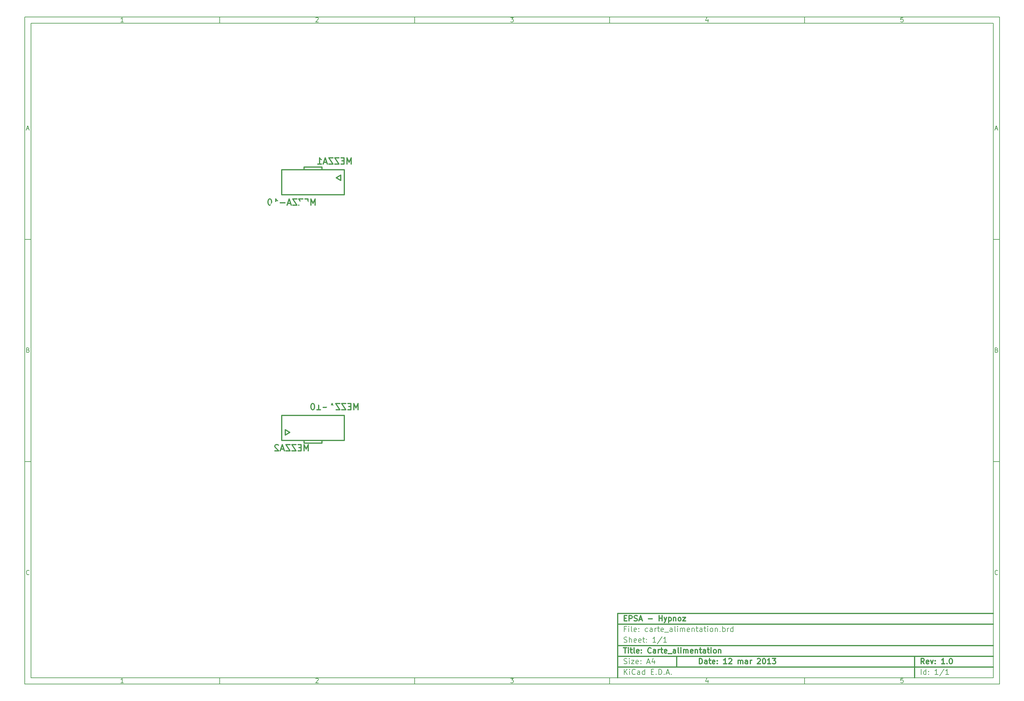
<source format=gbo>
G04 (created by PCBNEW-RS274X (2012-01-19 BZR 3256)-stable) date 12/03/2013 15:56:19*
G01*
G70*
G90*
%MOIN*%
G04 Gerber Fmt 3.4, Leading zero omitted, Abs format*
%FSLAX34Y34*%
G04 APERTURE LIST*
%ADD10C,0.006000*%
%ADD11C,0.012000*%
%ADD12C,0.014000*%
%ADD13C,0.235000*%
%ADD14R,0.105000X0.105000*%
%ADD15C,0.105000*%
%ADD16C,0.270000*%
%ADD17C,0.100000*%
%ADD18R,0.110000X0.110000*%
%ADD19C,0.110000*%
%ADD20C,0.090000*%
%ADD21R,0.095000X0.095000*%
%ADD22C,0.095000*%
%ADD23C,0.170000*%
%ADD24R,0.120000X0.120000*%
%ADD25C,0.120000*%
G04 APERTURE END LIST*
G54D10*
X04000Y-04000D02*
X113000Y-04000D01*
X113000Y-78670D01*
X04000Y-78670D01*
X04000Y-04000D01*
X04700Y-04700D02*
X112300Y-04700D01*
X112300Y-77970D01*
X04700Y-77970D01*
X04700Y-04700D01*
X25800Y-04000D02*
X25800Y-04700D01*
X15043Y-04552D02*
X14757Y-04552D01*
X14900Y-04552D02*
X14900Y-04052D01*
X14852Y-04124D01*
X14805Y-04171D01*
X14757Y-04195D01*
X25800Y-78670D02*
X25800Y-77970D01*
X15043Y-78522D02*
X14757Y-78522D01*
X14900Y-78522D02*
X14900Y-78022D01*
X14852Y-78094D01*
X14805Y-78141D01*
X14757Y-78165D01*
X47600Y-04000D02*
X47600Y-04700D01*
X36557Y-04100D02*
X36581Y-04076D01*
X36629Y-04052D01*
X36748Y-04052D01*
X36795Y-04076D01*
X36819Y-04100D01*
X36843Y-04148D01*
X36843Y-04195D01*
X36819Y-04267D01*
X36533Y-04552D01*
X36843Y-04552D01*
X47600Y-78670D02*
X47600Y-77970D01*
X36557Y-78070D02*
X36581Y-78046D01*
X36629Y-78022D01*
X36748Y-78022D01*
X36795Y-78046D01*
X36819Y-78070D01*
X36843Y-78118D01*
X36843Y-78165D01*
X36819Y-78237D01*
X36533Y-78522D01*
X36843Y-78522D01*
X69400Y-04000D02*
X69400Y-04700D01*
X58333Y-04052D02*
X58643Y-04052D01*
X58476Y-04243D01*
X58548Y-04243D01*
X58595Y-04267D01*
X58619Y-04290D01*
X58643Y-04338D01*
X58643Y-04457D01*
X58619Y-04505D01*
X58595Y-04529D01*
X58548Y-04552D01*
X58405Y-04552D01*
X58357Y-04529D01*
X58333Y-04505D01*
X69400Y-78670D02*
X69400Y-77970D01*
X58333Y-78022D02*
X58643Y-78022D01*
X58476Y-78213D01*
X58548Y-78213D01*
X58595Y-78237D01*
X58619Y-78260D01*
X58643Y-78308D01*
X58643Y-78427D01*
X58619Y-78475D01*
X58595Y-78499D01*
X58548Y-78522D01*
X58405Y-78522D01*
X58357Y-78499D01*
X58333Y-78475D01*
X91200Y-04000D02*
X91200Y-04700D01*
X80395Y-04219D02*
X80395Y-04552D01*
X80276Y-04029D02*
X80157Y-04386D01*
X80467Y-04386D01*
X91200Y-78670D02*
X91200Y-77970D01*
X80395Y-78189D02*
X80395Y-78522D01*
X80276Y-77999D02*
X80157Y-78356D01*
X80467Y-78356D01*
X102219Y-04052D02*
X101981Y-04052D01*
X101957Y-04290D01*
X101981Y-04267D01*
X102029Y-04243D01*
X102148Y-04243D01*
X102195Y-04267D01*
X102219Y-04290D01*
X102243Y-04338D01*
X102243Y-04457D01*
X102219Y-04505D01*
X102195Y-04529D01*
X102148Y-04552D01*
X102029Y-04552D01*
X101981Y-04529D01*
X101957Y-04505D01*
X102219Y-78022D02*
X101981Y-78022D01*
X101957Y-78260D01*
X101981Y-78237D01*
X102029Y-78213D01*
X102148Y-78213D01*
X102195Y-78237D01*
X102219Y-78260D01*
X102243Y-78308D01*
X102243Y-78427D01*
X102219Y-78475D01*
X102195Y-78499D01*
X102148Y-78522D01*
X102029Y-78522D01*
X101981Y-78499D01*
X101957Y-78475D01*
X04000Y-28890D02*
X04700Y-28890D01*
X04231Y-16510D02*
X04469Y-16510D01*
X04184Y-16652D02*
X04350Y-16152D01*
X04517Y-16652D01*
X113000Y-28890D02*
X112300Y-28890D01*
X112531Y-16510D02*
X112769Y-16510D01*
X112484Y-16652D02*
X112650Y-16152D01*
X112817Y-16652D01*
X04000Y-53780D02*
X04700Y-53780D01*
X04386Y-41280D02*
X04457Y-41304D01*
X04481Y-41328D01*
X04505Y-41376D01*
X04505Y-41447D01*
X04481Y-41495D01*
X04457Y-41519D01*
X04410Y-41542D01*
X04219Y-41542D01*
X04219Y-41042D01*
X04386Y-41042D01*
X04433Y-41066D01*
X04457Y-41090D01*
X04481Y-41138D01*
X04481Y-41185D01*
X04457Y-41233D01*
X04433Y-41257D01*
X04386Y-41280D01*
X04219Y-41280D01*
X113000Y-53780D02*
X112300Y-53780D01*
X112686Y-41280D02*
X112757Y-41304D01*
X112781Y-41328D01*
X112805Y-41376D01*
X112805Y-41447D01*
X112781Y-41495D01*
X112757Y-41519D01*
X112710Y-41542D01*
X112519Y-41542D01*
X112519Y-41042D01*
X112686Y-41042D01*
X112733Y-41066D01*
X112757Y-41090D01*
X112781Y-41138D01*
X112781Y-41185D01*
X112757Y-41233D01*
X112733Y-41257D01*
X112686Y-41280D01*
X112519Y-41280D01*
X04505Y-66385D02*
X04481Y-66409D01*
X04410Y-66432D01*
X04362Y-66432D01*
X04290Y-66409D01*
X04243Y-66361D01*
X04219Y-66313D01*
X04195Y-66218D01*
X04195Y-66147D01*
X04219Y-66051D01*
X04243Y-66004D01*
X04290Y-65956D01*
X04362Y-65932D01*
X04410Y-65932D01*
X04481Y-65956D01*
X04505Y-65980D01*
X112805Y-66385D02*
X112781Y-66409D01*
X112710Y-66432D01*
X112662Y-66432D01*
X112590Y-66409D01*
X112543Y-66361D01*
X112519Y-66313D01*
X112495Y-66218D01*
X112495Y-66147D01*
X112519Y-66051D01*
X112543Y-66004D01*
X112590Y-65956D01*
X112662Y-65932D01*
X112710Y-65932D01*
X112781Y-65956D01*
X112805Y-65980D01*
G54D11*
X79443Y-76413D02*
X79443Y-75813D01*
X79586Y-75813D01*
X79671Y-75841D01*
X79729Y-75899D01*
X79757Y-75956D01*
X79786Y-76070D01*
X79786Y-76156D01*
X79757Y-76270D01*
X79729Y-76327D01*
X79671Y-76384D01*
X79586Y-76413D01*
X79443Y-76413D01*
X80300Y-76413D02*
X80300Y-76099D01*
X80271Y-76041D01*
X80214Y-76013D01*
X80100Y-76013D01*
X80043Y-76041D01*
X80300Y-76384D02*
X80243Y-76413D01*
X80100Y-76413D01*
X80043Y-76384D01*
X80014Y-76327D01*
X80014Y-76270D01*
X80043Y-76213D01*
X80100Y-76184D01*
X80243Y-76184D01*
X80300Y-76156D01*
X80500Y-76013D02*
X80729Y-76013D01*
X80586Y-75813D02*
X80586Y-76327D01*
X80614Y-76384D01*
X80672Y-76413D01*
X80729Y-76413D01*
X81157Y-76384D02*
X81100Y-76413D01*
X80986Y-76413D01*
X80929Y-76384D01*
X80900Y-76327D01*
X80900Y-76099D01*
X80929Y-76041D01*
X80986Y-76013D01*
X81100Y-76013D01*
X81157Y-76041D01*
X81186Y-76099D01*
X81186Y-76156D01*
X80900Y-76213D01*
X81443Y-76356D02*
X81471Y-76384D01*
X81443Y-76413D01*
X81414Y-76384D01*
X81443Y-76356D01*
X81443Y-76413D01*
X81443Y-76041D02*
X81471Y-76070D01*
X81443Y-76099D01*
X81414Y-76070D01*
X81443Y-76041D01*
X81443Y-76099D01*
X82500Y-76413D02*
X82157Y-76413D01*
X82329Y-76413D02*
X82329Y-75813D01*
X82272Y-75899D01*
X82214Y-75956D01*
X82157Y-75984D01*
X82728Y-75870D02*
X82757Y-75841D01*
X82814Y-75813D01*
X82957Y-75813D01*
X83014Y-75841D01*
X83043Y-75870D01*
X83071Y-75927D01*
X83071Y-75984D01*
X83043Y-76070D01*
X82700Y-76413D01*
X83071Y-76413D01*
X83785Y-76413D02*
X83785Y-76013D01*
X83785Y-76070D02*
X83813Y-76041D01*
X83871Y-76013D01*
X83956Y-76013D01*
X84013Y-76041D01*
X84042Y-76099D01*
X84042Y-76413D01*
X84042Y-76099D02*
X84071Y-76041D01*
X84128Y-76013D01*
X84213Y-76013D01*
X84271Y-76041D01*
X84299Y-76099D01*
X84299Y-76413D01*
X84842Y-76413D02*
X84842Y-76099D01*
X84813Y-76041D01*
X84756Y-76013D01*
X84642Y-76013D01*
X84585Y-76041D01*
X84842Y-76384D02*
X84785Y-76413D01*
X84642Y-76413D01*
X84585Y-76384D01*
X84556Y-76327D01*
X84556Y-76270D01*
X84585Y-76213D01*
X84642Y-76184D01*
X84785Y-76184D01*
X84842Y-76156D01*
X85128Y-76413D02*
X85128Y-76013D01*
X85128Y-76127D02*
X85156Y-76070D01*
X85185Y-76041D01*
X85242Y-76013D01*
X85299Y-76013D01*
X85927Y-75870D02*
X85956Y-75841D01*
X86013Y-75813D01*
X86156Y-75813D01*
X86213Y-75841D01*
X86242Y-75870D01*
X86270Y-75927D01*
X86270Y-75984D01*
X86242Y-76070D01*
X85899Y-76413D01*
X86270Y-76413D01*
X86641Y-75813D02*
X86698Y-75813D01*
X86755Y-75841D01*
X86784Y-75870D01*
X86813Y-75927D01*
X86841Y-76041D01*
X86841Y-76184D01*
X86813Y-76299D01*
X86784Y-76356D01*
X86755Y-76384D01*
X86698Y-76413D01*
X86641Y-76413D01*
X86584Y-76384D01*
X86555Y-76356D01*
X86527Y-76299D01*
X86498Y-76184D01*
X86498Y-76041D01*
X86527Y-75927D01*
X86555Y-75870D01*
X86584Y-75841D01*
X86641Y-75813D01*
X87412Y-76413D02*
X87069Y-76413D01*
X87241Y-76413D02*
X87241Y-75813D01*
X87184Y-75899D01*
X87126Y-75956D01*
X87069Y-75984D01*
X87612Y-75813D02*
X87983Y-75813D01*
X87783Y-76041D01*
X87869Y-76041D01*
X87926Y-76070D01*
X87955Y-76099D01*
X87983Y-76156D01*
X87983Y-76299D01*
X87955Y-76356D01*
X87926Y-76384D01*
X87869Y-76413D01*
X87697Y-76413D01*
X87640Y-76384D01*
X87612Y-76356D01*
G54D10*
X71043Y-77613D02*
X71043Y-77013D01*
X71386Y-77613D02*
X71129Y-77270D01*
X71386Y-77013D02*
X71043Y-77356D01*
X71643Y-77613D02*
X71643Y-77213D01*
X71643Y-77013D02*
X71614Y-77041D01*
X71643Y-77070D01*
X71671Y-77041D01*
X71643Y-77013D01*
X71643Y-77070D01*
X72272Y-77556D02*
X72243Y-77584D01*
X72157Y-77613D01*
X72100Y-77613D01*
X72015Y-77584D01*
X71957Y-77527D01*
X71929Y-77470D01*
X71900Y-77356D01*
X71900Y-77270D01*
X71929Y-77156D01*
X71957Y-77099D01*
X72015Y-77041D01*
X72100Y-77013D01*
X72157Y-77013D01*
X72243Y-77041D01*
X72272Y-77070D01*
X72786Y-77613D02*
X72786Y-77299D01*
X72757Y-77241D01*
X72700Y-77213D01*
X72586Y-77213D01*
X72529Y-77241D01*
X72786Y-77584D02*
X72729Y-77613D01*
X72586Y-77613D01*
X72529Y-77584D01*
X72500Y-77527D01*
X72500Y-77470D01*
X72529Y-77413D01*
X72586Y-77384D01*
X72729Y-77384D01*
X72786Y-77356D01*
X73329Y-77613D02*
X73329Y-77013D01*
X73329Y-77584D02*
X73272Y-77613D01*
X73158Y-77613D01*
X73100Y-77584D01*
X73072Y-77556D01*
X73043Y-77499D01*
X73043Y-77327D01*
X73072Y-77270D01*
X73100Y-77241D01*
X73158Y-77213D01*
X73272Y-77213D01*
X73329Y-77241D01*
X74072Y-77299D02*
X74272Y-77299D01*
X74358Y-77613D02*
X74072Y-77613D01*
X74072Y-77013D01*
X74358Y-77013D01*
X74615Y-77556D02*
X74643Y-77584D01*
X74615Y-77613D01*
X74586Y-77584D01*
X74615Y-77556D01*
X74615Y-77613D01*
X74901Y-77613D02*
X74901Y-77013D01*
X75044Y-77013D01*
X75129Y-77041D01*
X75187Y-77099D01*
X75215Y-77156D01*
X75244Y-77270D01*
X75244Y-77356D01*
X75215Y-77470D01*
X75187Y-77527D01*
X75129Y-77584D01*
X75044Y-77613D01*
X74901Y-77613D01*
X75501Y-77556D02*
X75529Y-77584D01*
X75501Y-77613D01*
X75472Y-77584D01*
X75501Y-77556D01*
X75501Y-77613D01*
X75758Y-77441D02*
X76044Y-77441D01*
X75701Y-77613D02*
X75901Y-77013D01*
X76101Y-77613D01*
X76301Y-77556D02*
X76329Y-77584D01*
X76301Y-77613D01*
X76272Y-77584D01*
X76301Y-77556D01*
X76301Y-77613D01*
G54D11*
X104586Y-76413D02*
X104386Y-76127D01*
X104243Y-76413D02*
X104243Y-75813D01*
X104471Y-75813D01*
X104529Y-75841D01*
X104557Y-75870D01*
X104586Y-75927D01*
X104586Y-76013D01*
X104557Y-76070D01*
X104529Y-76099D01*
X104471Y-76127D01*
X104243Y-76127D01*
X105071Y-76384D02*
X105014Y-76413D01*
X104900Y-76413D01*
X104843Y-76384D01*
X104814Y-76327D01*
X104814Y-76099D01*
X104843Y-76041D01*
X104900Y-76013D01*
X105014Y-76013D01*
X105071Y-76041D01*
X105100Y-76099D01*
X105100Y-76156D01*
X104814Y-76213D01*
X105300Y-76013D02*
X105443Y-76413D01*
X105585Y-76013D01*
X105814Y-76356D02*
X105842Y-76384D01*
X105814Y-76413D01*
X105785Y-76384D01*
X105814Y-76356D01*
X105814Y-76413D01*
X105814Y-76041D02*
X105842Y-76070D01*
X105814Y-76099D01*
X105785Y-76070D01*
X105814Y-76041D01*
X105814Y-76099D01*
X106871Y-76413D02*
X106528Y-76413D01*
X106700Y-76413D02*
X106700Y-75813D01*
X106643Y-75899D01*
X106585Y-75956D01*
X106528Y-75984D01*
X107128Y-76356D02*
X107156Y-76384D01*
X107128Y-76413D01*
X107099Y-76384D01*
X107128Y-76356D01*
X107128Y-76413D01*
X107528Y-75813D02*
X107585Y-75813D01*
X107642Y-75841D01*
X107671Y-75870D01*
X107700Y-75927D01*
X107728Y-76041D01*
X107728Y-76184D01*
X107700Y-76299D01*
X107671Y-76356D01*
X107642Y-76384D01*
X107585Y-76413D01*
X107528Y-76413D01*
X107471Y-76384D01*
X107442Y-76356D01*
X107414Y-76299D01*
X107385Y-76184D01*
X107385Y-76041D01*
X107414Y-75927D01*
X107442Y-75870D01*
X107471Y-75841D01*
X107528Y-75813D01*
G54D10*
X71014Y-76384D02*
X71100Y-76413D01*
X71243Y-76413D01*
X71300Y-76384D01*
X71329Y-76356D01*
X71357Y-76299D01*
X71357Y-76241D01*
X71329Y-76184D01*
X71300Y-76156D01*
X71243Y-76127D01*
X71129Y-76099D01*
X71071Y-76070D01*
X71043Y-76041D01*
X71014Y-75984D01*
X71014Y-75927D01*
X71043Y-75870D01*
X71071Y-75841D01*
X71129Y-75813D01*
X71271Y-75813D01*
X71357Y-75841D01*
X71614Y-76413D02*
X71614Y-76013D01*
X71614Y-75813D02*
X71585Y-75841D01*
X71614Y-75870D01*
X71642Y-75841D01*
X71614Y-75813D01*
X71614Y-75870D01*
X71843Y-76013D02*
X72157Y-76013D01*
X71843Y-76413D01*
X72157Y-76413D01*
X72614Y-76384D02*
X72557Y-76413D01*
X72443Y-76413D01*
X72386Y-76384D01*
X72357Y-76327D01*
X72357Y-76099D01*
X72386Y-76041D01*
X72443Y-76013D01*
X72557Y-76013D01*
X72614Y-76041D01*
X72643Y-76099D01*
X72643Y-76156D01*
X72357Y-76213D01*
X72900Y-76356D02*
X72928Y-76384D01*
X72900Y-76413D01*
X72871Y-76384D01*
X72900Y-76356D01*
X72900Y-76413D01*
X72900Y-76041D02*
X72928Y-76070D01*
X72900Y-76099D01*
X72871Y-76070D01*
X72900Y-76041D01*
X72900Y-76099D01*
X73614Y-76241D02*
X73900Y-76241D01*
X73557Y-76413D02*
X73757Y-75813D01*
X73957Y-76413D01*
X74414Y-76013D02*
X74414Y-76413D01*
X74271Y-75784D02*
X74128Y-76213D01*
X74500Y-76213D01*
X104243Y-77613D02*
X104243Y-77013D01*
X104786Y-77613D02*
X104786Y-77013D01*
X104786Y-77584D02*
X104729Y-77613D01*
X104615Y-77613D01*
X104557Y-77584D01*
X104529Y-77556D01*
X104500Y-77499D01*
X104500Y-77327D01*
X104529Y-77270D01*
X104557Y-77241D01*
X104615Y-77213D01*
X104729Y-77213D01*
X104786Y-77241D01*
X105072Y-77556D02*
X105100Y-77584D01*
X105072Y-77613D01*
X105043Y-77584D01*
X105072Y-77556D01*
X105072Y-77613D01*
X105072Y-77241D02*
X105100Y-77270D01*
X105072Y-77299D01*
X105043Y-77270D01*
X105072Y-77241D01*
X105072Y-77299D01*
X106129Y-77613D02*
X105786Y-77613D01*
X105958Y-77613D02*
X105958Y-77013D01*
X105901Y-77099D01*
X105843Y-77156D01*
X105786Y-77184D01*
X106814Y-76984D02*
X106300Y-77756D01*
X107329Y-77613D02*
X106986Y-77613D01*
X107158Y-77613D02*
X107158Y-77013D01*
X107101Y-77099D01*
X107043Y-77156D01*
X106986Y-77184D01*
G54D11*
X70957Y-74613D02*
X71300Y-74613D01*
X71129Y-75213D02*
X71129Y-74613D01*
X71500Y-75213D02*
X71500Y-74813D01*
X71500Y-74613D02*
X71471Y-74641D01*
X71500Y-74670D01*
X71528Y-74641D01*
X71500Y-74613D01*
X71500Y-74670D01*
X71700Y-74813D02*
X71929Y-74813D01*
X71786Y-74613D02*
X71786Y-75127D01*
X71814Y-75184D01*
X71872Y-75213D01*
X71929Y-75213D01*
X72215Y-75213D02*
X72157Y-75184D01*
X72129Y-75127D01*
X72129Y-74613D01*
X72671Y-75184D02*
X72614Y-75213D01*
X72500Y-75213D01*
X72443Y-75184D01*
X72414Y-75127D01*
X72414Y-74899D01*
X72443Y-74841D01*
X72500Y-74813D01*
X72614Y-74813D01*
X72671Y-74841D01*
X72700Y-74899D01*
X72700Y-74956D01*
X72414Y-75013D01*
X72957Y-75156D02*
X72985Y-75184D01*
X72957Y-75213D01*
X72928Y-75184D01*
X72957Y-75156D01*
X72957Y-75213D01*
X72957Y-74841D02*
X72985Y-74870D01*
X72957Y-74899D01*
X72928Y-74870D01*
X72957Y-74841D01*
X72957Y-74899D01*
X74043Y-75156D02*
X74014Y-75184D01*
X73928Y-75213D01*
X73871Y-75213D01*
X73786Y-75184D01*
X73728Y-75127D01*
X73700Y-75070D01*
X73671Y-74956D01*
X73671Y-74870D01*
X73700Y-74756D01*
X73728Y-74699D01*
X73786Y-74641D01*
X73871Y-74613D01*
X73928Y-74613D01*
X74014Y-74641D01*
X74043Y-74670D01*
X74557Y-75213D02*
X74557Y-74899D01*
X74528Y-74841D01*
X74471Y-74813D01*
X74357Y-74813D01*
X74300Y-74841D01*
X74557Y-75184D02*
X74500Y-75213D01*
X74357Y-75213D01*
X74300Y-75184D01*
X74271Y-75127D01*
X74271Y-75070D01*
X74300Y-75013D01*
X74357Y-74984D01*
X74500Y-74984D01*
X74557Y-74956D01*
X74843Y-75213D02*
X74843Y-74813D01*
X74843Y-74927D02*
X74871Y-74870D01*
X74900Y-74841D01*
X74957Y-74813D01*
X75014Y-74813D01*
X75128Y-74813D02*
X75357Y-74813D01*
X75214Y-74613D02*
X75214Y-75127D01*
X75242Y-75184D01*
X75300Y-75213D01*
X75357Y-75213D01*
X75785Y-75184D02*
X75728Y-75213D01*
X75614Y-75213D01*
X75557Y-75184D01*
X75528Y-75127D01*
X75528Y-74899D01*
X75557Y-74841D01*
X75614Y-74813D01*
X75728Y-74813D01*
X75785Y-74841D01*
X75814Y-74899D01*
X75814Y-74956D01*
X75528Y-75013D01*
X75928Y-75270D02*
X76385Y-75270D01*
X76785Y-75213D02*
X76785Y-74899D01*
X76756Y-74841D01*
X76699Y-74813D01*
X76585Y-74813D01*
X76528Y-74841D01*
X76785Y-75184D02*
X76728Y-75213D01*
X76585Y-75213D01*
X76528Y-75184D01*
X76499Y-75127D01*
X76499Y-75070D01*
X76528Y-75013D01*
X76585Y-74984D01*
X76728Y-74984D01*
X76785Y-74956D01*
X77157Y-75213D02*
X77099Y-75184D01*
X77071Y-75127D01*
X77071Y-74613D01*
X77385Y-75213D02*
X77385Y-74813D01*
X77385Y-74613D02*
X77356Y-74641D01*
X77385Y-74670D01*
X77413Y-74641D01*
X77385Y-74613D01*
X77385Y-74670D01*
X77671Y-75213D02*
X77671Y-74813D01*
X77671Y-74870D02*
X77699Y-74841D01*
X77757Y-74813D01*
X77842Y-74813D01*
X77899Y-74841D01*
X77928Y-74899D01*
X77928Y-75213D01*
X77928Y-74899D02*
X77957Y-74841D01*
X78014Y-74813D01*
X78099Y-74813D01*
X78157Y-74841D01*
X78185Y-74899D01*
X78185Y-75213D01*
X78699Y-75184D02*
X78642Y-75213D01*
X78528Y-75213D01*
X78471Y-75184D01*
X78442Y-75127D01*
X78442Y-74899D01*
X78471Y-74841D01*
X78528Y-74813D01*
X78642Y-74813D01*
X78699Y-74841D01*
X78728Y-74899D01*
X78728Y-74956D01*
X78442Y-75013D01*
X78985Y-74813D02*
X78985Y-75213D01*
X78985Y-74870D02*
X79013Y-74841D01*
X79071Y-74813D01*
X79156Y-74813D01*
X79213Y-74841D01*
X79242Y-74899D01*
X79242Y-75213D01*
X79442Y-74813D02*
X79671Y-74813D01*
X79528Y-74613D02*
X79528Y-75127D01*
X79556Y-75184D01*
X79614Y-75213D01*
X79671Y-75213D01*
X80128Y-75213D02*
X80128Y-74899D01*
X80099Y-74841D01*
X80042Y-74813D01*
X79928Y-74813D01*
X79871Y-74841D01*
X80128Y-75184D02*
X80071Y-75213D01*
X79928Y-75213D01*
X79871Y-75184D01*
X79842Y-75127D01*
X79842Y-75070D01*
X79871Y-75013D01*
X79928Y-74984D01*
X80071Y-74984D01*
X80128Y-74956D01*
X80328Y-74813D02*
X80557Y-74813D01*
X80414Y-74613D02*
X80414Y-75127D01*
X80442Y-75184D01*
X80500Y-75213D01*
X80557Y-75213D01*
X80757Y-75213D02*
X80757Y-74813D01*
X80757Y-74613D02*
X80728Y-74641D01*
X80757Y-74670D01*
X80785Y-74641D01*
X80757Y-74613D01*
X80757Y-74670D01*
X81129Y-75213D02*
X81071Y-75184D01*
X81043Y-75156D01*
X81014Y-75099D01*
X81014Y-74927D01*
X81043Y-74870D01*
X81071Y-74841D01*
X81129Y-74813D01*
X81214Y-74813D01*
X81271Y-74841D01*
X81300Y-74870D01*
X81329Y-74927D01*
X81329Y-75099D01*
X81300Y-75156D01*
X81271Y-75184D01*
X81214Y-75213D01*
X81129Y-75213D01*
X81586Y-74813D02*
X81586Y-75213D01*
X81586Y-74870D02*
X81614Y-74841D01*
X81672Y-74813D01*
X81757Y-74813D01*
X81814Y-74841D01*
X81843Y-74899D01*
X81843Y-75213D01*
G54D10*
X71243Y-72499D02*
X71043Y-72499D01*
X71043Y-72813D02*
X71043Y-72213D01*
X71329Y-72213D01*
X71557Y-72813D02*
X71557Y-72413D01*
X71557Y-72213D02*
X71528Y-72241D01*
X71557Y-72270D01*
X71585Y-72241D01*
X71557Y-72213D01*
X71557Y-72270D01*
X71929Y-72813D02*
X71871Y-72784D01*
X71843Y-72727D01*
X71843Y-72213D01*
X72385Y-72784D02*
X72328Y-72813D01*
X72214Y-72813D01*
X72157Y-72784D01*
X72128Y-72727D01*
X72128Y-72499D01*
X72157Y-72441D01*
X72214Y-72413D01*
X72328Y-72413D01*
X72385Y-72441D01*
X72414Y-72499D01*
X72414Y-72556D01*
X72128Y-72613D01*
X72671Y-72756D02*
X72699Y-72784D01*
X72671Y-72813D01*
X72642Y-72784D01*
X72671Y-72756D01*
X72671Y-72813D01*
X72671Y-72441D02*
X72699Y-72470D01*
X72671Y-72499D01*
X72642Y-72470D01*
X72671Y-72441D01*
X72671Y-72499D01*
X73671Y-72784D02*
X73614Y-72813D01*
X73500Y-72813D01*
X73442Y-72784D01*
X73414Y-72756D01*
X73385Y-72699D01*
X73385Y-72527D01*
X73414Y-72470D01*
X73442Y-72441D01*
X73500Y-72413D01*
X73614Y-72413D01*
X73671Y-72441D01*
X74185Y-72813D02*
X74185Y-72499D01*
X74156Y-72441D01*
X74099Y-72413D01*
X73985Y-72413D01*
X73928Y-72441D01*
X74185Y-72784D02*
X74128Y-72813D01*
X73985Y-72813D01*
X73928Y-72784D01*
X73899Y-72727D01*
X73899Y-72670D01*
X73928Y-72613D01*
X73985Y-72584D01*
X74128Y-72584D01*
X74185Y-72556D01*
X74471Y-72813D02*
X74471Y-72413D01*
X74471Y-72527D02*
X74499Y-72470D01*
X74528Y-72441D01*
X74585Y-72413D01*
X74642Y-72413D01*
X74756Y-72413D02*
X74985Y-72413D01*
X74842Y-72213D02*
X74842Y-72727D01*
X74870Y-72784D01*
X74928Y-72813D01*
X74985Y-72813D01*
X75413Y-72784D02*
X75356Y-72813D01*
X75242Y-72813D01*
X75185Y-72784D01*
X75156Y-72727D01*
X75156Y-72499D01*
X75185Y-72441D01*
X75242Y-72413D01*
X75356Y-72413D01*
X75413Y-72441D01*
X75442Y-72499D01*
X75442Y-72556D01*
X75156Y-72613D01*
X75556Y-72870D02*
X76013Y-72870D01*
X76413Y-72813D02*
X76413Y-72499D01*
X76384Y-72441D01*
X76327Y-72413D01*
X76213Y-72413D01*
X76156Y-72441D01*
X76413Y-72784D02*
X76356Y-72813D01*
X76213Y-72813D01*
X76156Y-72784D01*
X76127Y-72727D01*
X76127Y-72670D01*
X76156Y-72613D01*
X76213Y-72584D01*
X76356Y-72584D01*
X76413Y-72556D01*
X76785Y-72813D02*
X76727Y-72784D01*
X76699Y-72727D01*
X76699Y-72213D01*
X77013Y-72813D02*
X77013Y-72413D01*
X77013Y-72213D02*
X76984Y-72241D01*
X77013Y-72270D01*
X77041Y-72241D01*
X77013Y-72213D01*
X77013Y-72270D01*
X77299Y-72813D02*
X77299Y-72413D01*
X77299Y-72470D02*
X77327Y-72441D01*
X77385Y-72413D01*
X77470Y-72413D01*
X77527Y-72441D01*
X77556Y-72499D01*
X77556Y-72813D01*
X77556Y-72499D02*
X77585Y-72441D01*
X77642Y-72413D01*
X77727Y-72413D01*
X77785Y-72441D01*
X77813Y-72499D01*
X77813Y-72813D01*
X78327Y-72784D02*
X78270Y-72813D01*
X78156Y-72813D01*
X78099Y-72784D01*
X78070Y-72727D01*
X78070Y-72499D01*
X78099Y-72441D01*
X78156Y-72413D01*
X78270Y-72413D01*
X78327Y-72441D01*
X78356Y-72499D01*
X78356Y-72556D01*
X78070Y-72613D01*
X78613Y-72413D02*
X78613Y-72813D01*
X78613Y-72470D02*
X78641Y-72441D01*
X78699Y-72413D01*
X78784Y-72413D01*
X78841Y-72441D01*
X78870Y-72499D01*
X78870Y-72813D01*
X79070Y-72413D02*
X79299Y-72413D01*
X79156Y-72213D02*
X79156Y-72727D01*
X79184Y-72784D01*
X79242Y-72813D01*
X79299Y-72813D01*
X79756Y-72813D02*
X79756Y-72499D01*
X79727Y-72441D01*
X79670Y-72413D01*
X79556Y-72413D01*
X79499Y-72441D01*
X79756Y-72784D02*
X79699Y-72813D01*
X79556Y-72813D01*
X79499Y-72784D01*
X79470Y-72727D01*
X79470Y-72670D01*
X79499Y-72613D01*
X79556Y-72584D01*
X79699Y-72584D01*
X79756Y-72556D01*
X79956Y-72413D02*
X80185Y-72413D01*
X80042Y-72213D02*
X80042Y-72727D01*
X80070Y-72784D01*
X80128Y-72813D01*
X80185Y-72813D01*
X80385Y-72813D02*
X80385Y-72413D01*
X80385Y-72213D02*
X80356Y-72241D01*
X80385Y-72270D01*
X80413Y-72241D01*
X80385Y-72213D01*
X80385Y-72270D01*
X80757Y-72813D02*
X80699Y-72784D01*
X80671Y-72756D01*
X80642Y-72699D01*
X80642Y-72527D01*
X80671Y-72470D01*
X80699Y-72441D01*
X80757Y-72413D01*
X80842Y-72413D01*
X80899Y-72441D01*
X80928Y-72470D01*
X80957Y-72527D01*
X80957Y-72699D01*
X80928Y-72756D01*
X80899Y-72784D01*
X80842Y-72813D01*
X80757Y-72813D01*
X81214Y-72413D02*
X81214Y-72813D01*
X81214Y-72470D02*
X81242Y-72441D01*
X81300Y-72413D01*
X81385Y-72413D01*
X81442Y-72441D01*
X81471Y-72499D01*
X81471Y-72813D01*
X81757Y-72756D02*
X81785Y-72784D01*
X81757Y-72813D01*
X81728Y-72784D01*
X81757Y-72756D01*
X81757Y-72813D01*
X82043Y-72813D02*
X82043Y-72213D01*
X82043Y-72441D02*
X82100Y-72413D01*
X82214Y-72413D01*
X82271Y-72441D01*
X82300Y-72470D01*
X82329Y-72527D01*
X82329Y-72699D01*
X82300Y-72756D01*
X82271Y-72784D01*
X82214Y-72813D01*
X82100Y-72813D01*
X82043Y-72784D01*
X82586Y-72813D02*
X82586Y-72413D01*
X82586Y-72527D02*
X82614Y-72470D01*
X82643Y-72441D01*
X82700Y-72413D01*
X82757Y-72413D01*
X83214Y-72813D02*
X83214Y-72213D01*
X83214Y-72784D02*
X83157Y-72813D01*
X83043Y-72813D01*
X82985Y-72784D01*
X82957Y-72756D01*
X82928Y-72699D01*
X82928Y-72527D01*
X82957Y-72470D01*
X82985Y-72441D01*
X83043Y-72413D01*
X83157Y-72413D01*
X83214Y-72441D01*
X71014Y-73984D02*
X71100Y-74013D01*
X71243Y-74013D01*
X71300Y-73984D01*
X71329Y-73956D01*
X71357Y-73899D01*
X71357Y-73841D01*
X71329Y-73784D01*
X71300Y-73756D01*
X71243Y-73727D01*
X71129Y-73699D01*
X71071Y-73670D01*
X71043Y-73641D01*
X71014Y-73584D01*
X71014Y-73527D01*
X71043Y-73470D01*
X71071Y-73441D01*
X71129Y-73413D01*
X71271Y-73413D01*
X71357Y-73441D01*
X71614Y-74013D02*
X71614Y-73413D01*
X71871Y-74013D02*
X71871Y-73699D01*
X71842Y-73641D01*
X71785Y-73613D01*
X71700Y-73613D01*
X71642Y-73641D01*
X71614Y-73670D01*
X72385Y-73984D02*
X72328Y-74013D01*
X72214Y-74013D01*
X72157Y-73984D01*
X72128Y-73927D01*
X72128Y-73699D01*
X72157Y-73641D01*
X72214Y-73613D01*
X72328Y-73613D01*
X72385Y-73641D01*
X72414Y-73699D01*
X72414Y-73756D01*
X72128Y-73813D01*
X72899Y-73984D02*
X72842Y-74013D01*
X72728Y-74013D01*
X72671Y-73984D01*
X72642Y-73927D01*
X72642Y-73699D01*
X72671Y-73641D01*
X72728Y-73613D01*
X72842Y-73613D01*
X72899Y-73641D01*
X72928Y-73699D01*
X72928Y-73756D01*
X72642Y-73813D01*
X73099Y-73613D02*
X73328Y-73613D01*
X73185Y-73413D02*
X73185Y-73927D01*
X73213Y-73984D01*
X73271Y-74013D01*
X73328Y-74013D01*
X73528Y-73956D02*
X73556Y-73984D01*
X73528Y-74013D01*
X73499Y-73984D01*
X73528Y-73956D01*
X73528Y-74013D01*
X73528Y-73641D02*
X73556Y-73670D01*
X73528Y-73699D01*
X73499Y-73670D01*
X73528Y-73641D01*
X73528Y-73699D01*
X74585Y-74013D02*
X74242Y-74013D01*
X74414Y-74013D02*
X74414Y-73413D01*
X74357Y-73499D01*
X74299Y-73556D01*
X74242Y-73584D01*
X75270Y-73384D02*
X74756Y-74156D01*
X75785Y-74013D02*
X75442Y-74013D01*
X75614Y-74013D02*
X75614Y-73413D01*
X75557Y-73499D01*
X75499Y-73556D01*
X75442Y-73584D01*
G54D11*
X71043Y-71299D02*
X71243Y-71299D01*
X71329Y-71613D02*
X71043Y-71613D01*
X71043Y-71013D01*
X71329Y-71013D01*
X71586Y-71613D02*
X71586Y-71013D01*
X71814Y-71013D01*
X71872Y-71041D01*
X71900Y-71070D01*
X71929Y-71127D01*
X71929Y-71213D01*
X71900Y-71270D01*
X71872Y-71299D01*
X71814Y-71327D01*
X71586Y-71327D01*
X72157Y-71584D02*
X72243Y-71613D01*
X72386Y-71613D01*
X72443Y-71584D01*
X72472Y-71556D01*
X72500Y-71499D01*
X72500Y-71441D01*
X72472Y-71384D01*
X72443Y-71356D01*
X72386Y-71327D01*
X72272Y-71299D01*
X72214Y-71270D01*
X72186Y-71241D01*
X72157Y-71184D01*
X72157Y-71127D01*
X72186Y-71070D01*
X72214Y-71041D01*
X72272Y-71013D01*
X72414Y-71013D01*
X72500Y-71041D01*
X72728Y-71441D02*
X73014Y-71441D01*
X72671Y-71613D02*
X72871Y-71013D01*
X73071Y-71613D01*
X73728Y-71384D02*
X74185Y-71384D01*
X74928Y-71613D02*
X74928Y-71013D01*
X74928Y-71299D02*
X75271Y-71299D01*
X75271Y-71613D02*
X75271Y-71013D01*
X75500Y-71213D02*
X75643Y-71613D01*
X75785Y-71213D02*
X75643Y-71613D01*
X75585Y-71756D01*
X75557Y-71784D01*
X75500Y-71813D01*
X76014Y-71213D02*
X76014Y-71813D01*
X76014Y-71241D02*
X76071Y-71213D01*
X76185Y-71213D01*
X76242Y-71241D01*
X76271Y-71270D01*
X76300Y-71327D01*
X76300Y-71499D01*
X76271Y-71556D01*
X76242Y-71584D01*
X76185Y-71613D01*
X76071Y-71613D01*
X76014Y-71584D01*
X76557Y-71213D02*
X76557Y-71613D01*
X76557Y-71270D02*
X76585Y-71241D01*
X76643Y-71213D01*
X76728Y-71213D01*
X76785Y-71241D01*
X76814Y-71299D01*
X76814Y-71613D01*
X77186Y-71613D02*
X77128Y-71584D01*
X77100Y-71556D01*
X77071Y-71499D01*
X77071Y-71327D01*
X77100Y-71270D01*
X77128Y-71241D01*
X77186Y-71213D01*
X77271Y-71213D01*
X77328Y-71241D01*
X77357Y-71270D01*
X77386Y-71327D01*
X77386Y-71499D01*
X77357Y-71556D01*
X77328Y-71584D01*
X77271Y-71613D01*
X77186Y-71613D01*
X77586Y-71213D02*
X77900Y-71213D01*
X77586Y-71613D01*
X77900Y-71613D01*
X70300Y-70770D02*
X70300Y-77970D01*
X70300Y-71970D02*
X112300Y-71970D01*
X70300Y-70770D02*
X112300Y-70770D01*
X70300Y-74370D02*
X112300Y-74370D01*
X103500Y-75570D02*
X103500Y-77970D01*
X70300Y-76770D02*
X112300Y-76770D01*
X70300Y-75570D02*
X112300Y-75570D01*
X76900Y-75570D02*
X76900Y-76770D01*
G54D12*
X35250Y-51400D02*
X37250Y-51400D01*
X35250Y-51700D02*
X37250Y-51700D01*
X32750Y-51400D02*
X32750Y-48600D01*
X39750Y-51400D02*
X39750Y-48600D01*
X35250Y-51700D02*
X35250Y-51400D01*
X35250Y-51400D02*
X32750Y-51400D01*
X32750Y-48600D02*
X39750Y-48600D01*
X39750Y-51400D02*
X37250Y-51400D01*
X37250Y-51400D02*
X37250Y-51700D01*
X33650Y-50500D02*
X33150Y-50200D01*
X33150Y-50200D02*
X33150Y-50800D01*
X33150Y-50800D02*
X33650Y-50500D01*
X37250Y-21100D02*
X35250Y-21100D01*
X37250Y-20800D02*
X35250Y-20800D01*
X39750Y-21100D02*
X39750Y-23900D01*
X32750Y-21100D02*
X32750Y-23900D01*
X37250Y-20800D02*
X37250Y-21100D01*
X37250Y-21100D02*
X39750Y-21100D01*
X39750Y-23900D02*
X32750Y-23900D01*
X32750Y-21100D02*
X35250Y-21100D01*
X35250Y-21100D02*
X35250Y-20800D01*
X38850Y-22000D02*
X39350Y-22300D01*
X39350Y-22300D02*
X39350Y-21700D01*
X39350Y-21700D02*
X38850Y-22000D01*
G54D11*
X35700Y-52583D02*
X35700Y-51883D01*
X35467Y-52383D01*
X35234Y-51883D01*
X35234Y-52583D01*
X34900Y-52217D02*
X34667Y-52217D01*
X34567Y-52583D02*
X34900Y-52583D01*
X34900Y-51883D01*
X34567Y-51883D01*
X34334Y-51883D02*
X33867Y-51883D01*
X34334Y-52583D01*
X33867Y-52583D01*
X33667Y-51883D02*
X33200Y-51883D01*
X33667Y-52583D01*
X33200Y-52583D01*
X32967Y-52383D02*
X32633Y-52383D01*
X33033Y-52583D02*
X32800Y-51883D01*
X32567Y-52583D01*
X32367Y-51950D02*
X32333Y-51917D01*
X32267Y-51883D01*
X32100Y-51883D01*
X32033Y-51917D01*
X32000Y-51950D01*
X31967Y-52017D01*
X31967Y-52083D01*
X32000Y-52183D01*
X32400Y-52583D01*
X31967Y-52583D01*
X41267Y-47983D02*
X41267Y-47283D01*
X41034Y-47783D01*
X40801Y-47283D01*
X40801Y-47983D01*
X40467Y-47617D02*
X40234Y-47617D01*
X40134Y-47983D02*
X40467Y-47983D01*
X40467Y-47283D01*
X40134Y-47283D01*
X39901Y-47283D02*
X39434Y-47283D01*
X39901Y-47983D01*
X39434Y-47983D01*
X39234Y-47283D02*
X38767Y-47283D01*
X39234Y-47983D01*
X38767Y-47983D01*
X38534Y-47783D02*
X38200Y-47783D01*
X38600Y-47983D02*
X38367Y-47283D01*
X38134Y-47983D01*
X37900Y-47717D02*
X37367Y-47717D01*
X36667Y-47983D02*
X37067Y-47983D01*
X36867Y-47983D02*
X36867Y-47283D01*
X36933Y-47383D01*
X37000Y-47450D01*
X37067Y-47483D01*
X36233Y-47283D02*
X36166Y-47283D01*
X36100Y-47317D01*
X36066Y-47350D01*
X36033Y-47417D01*
X36000Y-47550D01*
X36000Y-47717D01*
X36033Y-47850D01*
X36066Y-47917D01*
X36100Y-47950D01*
X36166Y-47983D01*
X36233Y-47983D01*
X36300Y-47950D01*
X36333Y-47917D01*
X36366Y-47850D01*
X36400Y-47717D01*
X36400Y-47550D01*
X36366Y-47417D01*
X36333Y-47350D01*
X36300Y-47317D01*
X36233Y-47283D01*
X40500Y-20483D02*
X40500Y-19783D01*
X40267Y-20283D01*
X40034Y-19783D01*
X40034Y-20483D01*
X39700Y-20117D02*
X39467Y-20117D01*
X39367Y-20483D02*
X39700Y-20483D01*
X39700Y-19783D01*
X39367Y-19783D01*
X39134Y-19783D02*
X38667Y-19783D01*
X39134Y-20483D01*
X38667Y-20483D01*
X38467Y-19783D02*
X38000Y-19783D01*
X38467Y-20483D01*
X38000Y-20483D01*
X37767Y-20283D02*
X37433Y-20283D01*
X37833Y-20483D02*
X37600Y-19783D01*
X37367Y-20483D01*
X36767Y-20483D02*
X37167Y-20483D01*
X36967Y-20483D02*
X36967Y-19783D01*
X37033Y-19883D01*
X37100Y-19950D01*
X37167Y-19983D01*
X36467Y-25083D02*
X36467Y-24383D01*
X36234Y-24883D01*
X36001Y-24383D01*
X36001Y-25083D01*
X35667Y-24717D02*
X35434Y-24717D01*
X35334Y-25083D02*
X35667Y-25083D01*
X35667Y-24383D01*
X35334Y-24383D01*
X35101Y-24383D02*
X34634Y-24383D01*
X35101Y-25083D01*
X34634Y-25083D01*
X34434Y-24383D02*
X33967Y-24383D01*
X34434Y-25083D01*
X33967Y-25083D01*
X33734Y-24883D02*
X33400Y-24883D01*
X33800Y-25083D02*
X33567Y-24383D01*
X33334Y-25083D01*
X33100Y-24817D02*
X32567Y-24817D01*
X31867Y-25083D02*
X32267Y-25083D01*
X32067Y-25083D02*
X32067Y-24383D01*
X32133Y-24483D01*
X32200Y-24550D01*
X32267Y-24583D01*
X31433Y-24383D02*
X31366Y-24383D01*
X31300Y-24417D01*
X31266Y-24450D01*
X31233Y-24517D01*
X31200Y-24650D01*
X31200Y-24817D01*
X31233Y-24950D01*
X31266Y-25017D01*
X31300Y-25050D01*
X31366Y-25083D01*
X31433Y-25083D01*
X31500Y-25050D01*
X31533Y-25017D01*
X31566Y-24950D01*
X31600Y-24817D01*
X31600Y-24650D01*
X31566Y-24517D01*
X31533Y-24450D01*
X31500Y-24417D01*
X31433Y-24383D01*
%LPC*%
G54D13*
X30750Y-50000D03*
X41750Y-50000D03*
G54D14*
X34250Y-50500D03*
G54D15*
X34250Y-49500D03*
X35250Y-50500D03*
X35250Y-49500D03*
X36250Y-50500D03*
X36250Y-49500D03*
X37250Y-50500D03*
X37250Y-49500D03*
X38250Y-50500D03*
X38250Y-49500D03*
G54D13*
X41750Y-22500D03*
X30750Y-22500D03*
G54D14*
X38250Y-22000D03*
G54D15*
X38250Y-23000D03*
X37250Y-22000D03*
X37250Y-23000D03*
X36250Y-22000D03*
X36250Y-23000D03*
X35250Y-22000D03*
X35250Y-23000D03*
X34250Y-22000D03*
X34250Y-23000D03*
G54D16*
X50000Y-22500D03*
X50000Y-50000D03*
X22500Y-50000D03*
G54D17*
X27500Y-45500D03*
X31500Y-46500D03*
X27500Y-47500D03*
G54D18*
X30500Y-41250D03*
G54D19*
X33500Y-41250D03*
X33500Y-34754D03*
X33500Y-31998D03*
X30500Y-33376D03*
G54D20*
X39500Y-26250D03*
X36500Y-26250D03*
X36500Y-27250D03*
X39500Y-27250D03*
G54D21*
X22500Y-36500D03*
G54D22*
X22500Y-37500D03*
G54D21*
X50000Y-30250D03*
G54D22*
X50000Y-29250D03*
G54D21*
X50000Y-32250D03*
G54D22*
X50000Y-31250D03*
G54D23*
X26750Y-29000D03*
X26750Y-31000D03*
X26750Y-35000D03*
X26750Y-37000D03*
G54D18*
X38750Y-30250D03*
G54D19*
X38750Y-42250D03*
G54D18*
X44750Y-30250D03*
G54D19*
X44750Y-42250D03*
G54D21*
X50000Y-34250D03*
G54D22*
X50000Y-33250D03*
G54D21*
X50000Y-37750D03*
G54D22*
X50000Y-36750D03*
G54D21*
X50000Y-39750D03*
G54D22*
X50000Y-38750D03*
G54D21*
X50000Y-41750D03*
G54D22*
X50000Y-40750D03*
X30000Y-43500D03*
G54D21*
X34000Y-43500D03*
G54D24*
X22500Y-29000D03*
G54D25*
X22500Y-31000D03*
G54D19*
X35250Y-25000D03*
X37250Y-47000D03*
G54D20*
X33000Y-47000D03*
X39500Y-25000D03*
G54D19*
X32000Y-25250D03*
X38250Y-48000D03*
M02*

</source>
